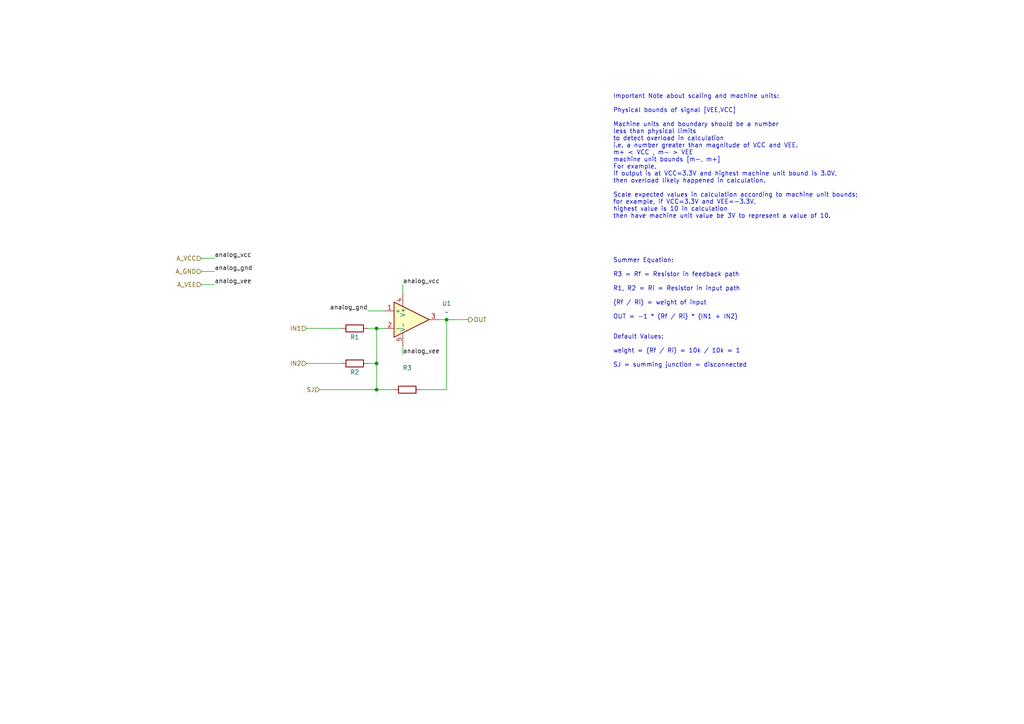
<source format=kicad_sch>
(kicad_sch (version 20211123) (generator eeschema)
  (paper "A4")
  (lib_symbols
    (symbol "Device:R" (pin_numbers hide) (pin_names (offset 0))
      (property "Reference" "R" (at 2.032 0 90))
      (property "Value" "R" (at 0 0 90))
      (symbol "R_0_1"
        (rectangle (start -1.016 -2.54) (end 1.016 2.54) (stroke (width 0.254)))
      )
      (symbol "R_1_1"
        (pin passive line (at 0 3.81 270) (length 1.27) (name "~") (number "1"))
        (pin passive line (at 0 -3.81 90) (length 1.27) (name "~") (number "2"))
      )
    )
    (symbol "Simulation_SPICE:OPAMP" (pin_names (offset 0.254))
      (property "Reference" "U" (at 3.81 3.175 0))
      (property "Value" "OPAMP" (at 3.81 -3.175 0))
      (symbol "OPAMP_0_1"
        (polyline (pts (xy 5.08 0) (xy -5.08 5.08) (xy -5.08 -5.08) (xy 5.08 0)) (stroke (width 0.254)) (fill (type background)))
      )
      (symbol "OPAMP_1_1"
        (pin input line (at -7.62 2.54 0) (length 2.54) (name "+") (number "1"))
        (pin input line (at -7.62 -2.54 0) (length 2.54) (name "-") (number "2"))
        (pin output line (at 7.62 0 180) (length 2.54) (name "~") (number "3"))
        (pin power_in line (at -2.54 7.62 270) (length 3.81) (name "V+") (number "4"))
        (pin power_in line (at -2.54 -7.62 90) (length 3.81) (name "V-") (number "5"))
      )
    )
  )
  (junction (at 109.22 95.25))
  (junction (at 129.54 92.71))
  (junction (at 109.22 105.41))
  (junction (at 109.22 113.03))
  (wire (pts (xy 129.54 113.03) (xy 129.54 92.71)))
  (wire (pts (xy 106.68 105.41) (xy 109.22 105.41)))
  (wire (pts (xy 88.9 95.25) (xy 99.06 95.25)))
  (wire (pts (xy 116.84 82.55) (xy 116.84 85.09)))
  (wire (pts (xy 129.54 92.71) (xy 135.89 92.71)))
  (wire (pts (xy 114.3 113.03) (xy 109.22 113.03)))
  (wire (pts (xy 109.22 113.03) (xy 109.22 105.41)))
  (wire (pts (xy 121.92 113.03) (xy 129.54 113.03)))
  (wire (pts (xy 58.42 82.55) (xy 62.23 82.55)))
  (wire (pts (xy 92.71 113.03) (xy 109.22 113.03)))
  (wire (pts (xy 88.9 105.41) (xy 99.06 105.41)))
  (wire (pts (xy 109.22 105.41) (xy 109.22 95.25)))
  (wire (pts (xy 106.68 95.25) (xy 109.22 95.25)))
  (wire (pts (xy 58.42 78.74) (xy 62.23 78.74)))
  (wire (pts (xy 106.68 90.17) (xy 111.76 90.17)))
  (wire (pts (xy 58.42 74.93) (xy 62.23 74.93)))
  (wire (pts (xy 116.84 100.33) (xy 116.84 102.87)))
  (wire (pts (xy 127 92.71) (xy 129.54 92.71)))
  (wire (pts (xy 109.22 95.25) (xy 111.76 95.25)))
  (text "Summer Equation:\n\nR3 = Rf = Resistor in feedback path\n\nR1, R2 = Ri = Resistor in input path\n\n(Rf / Ri) = weight of input\n\nOUT = -1 * (Rf / Ri) * (IN1 + IN2)" (at 177.8 92.71 0) (effects (font (size 1.27 1.27)) (justify left bottom)))
  (text "Default Values:\n\nweight = (Rf / Ri) = 10k / 10k = 1\n\nSJ = summing junction = disconnected\n" (at 177.8 106.68 0) (effects (font (size 1.27 1.27)) (justify left bottom)))
  (text "Important Note about scaling and machine units:\n\nPhysical bounds of signal [VEE,VCC]\n\nMachine units and boundary should be a number\nless than physical limits \nto detect overload in calculation\ni.e. a number greater than magnitude of VCC and VEE.\nm+ < VCC , m- > VEE \nmachine unit bounds [m-, m+]\nFor example, \nif output is at VCC=3.3V and highest machine unit bound is 3.0V, \nthen overload likely happened in calculation.\n\nScale expected values in calculation according to machine unit bounds; \nfor example, if VCC=3.3V and VEE=-3.3V, \nhighest value is 10 in calculation\nthen have machine unit value be 3V to represent a value of 10." (at 177.8 63.5 0) (effects (font (size 1.27 1.27)) (justify left bottom)))
  (label "analog_gnd" (at 106.68 90.17 180))
  (label "analog_vee" (at 62.23 82.55 0))
  (label "analog_vee" (at 116.84 102.87 0))
  (label "analog_gnd" (at 62.23 78.74 0))
  (label "analog_vcc" (at 62.23 74.93 0))
  (label "analog_vcc" (at 116.84 82.55 0))
  (hierarchical_label "A_VEE" (shape input) (at 58.42 82.55 180))
  (hierarchical_label "IN1" (shape input) (at 88.9 95.25 180))
  (hierarchical_label "A_GND" (shape input) (at 58.42 78.74 180))
  (hierarchical_label "IN2" (shape input) (at 88.9 105.41 180))
  (hierarchical_label "OUT" (shape output) (at 135.89 92.71 0))
  (hierarchical_label "A_VCC" (shape input) (at 58.42 74.93 180))
  (hierarchical_label "SJ" (shape input) (at 92.71 113.03 180))
  (symbol (lib_id "Device:R") (at 118.11 113.03 90) (unit 1)
    (property "Reference" "R3" (at 118.11 106.68 90))
  )
  (symbol (lib_id "Device:R") (at 102.87 95.25 270) (unit 1)
    (property "Reference" "R1" (at 102.87 97.79 90))
  )
  (symbol (lib_id "Simulation_SPICE:OPAMP") (at 119.38 92.71 0) (unit 1)
    (property "Reference" "U1" (at 129.54 88.011 0))
    (property "Value" "~" (at 129.54 90.551 0))
    (property "Spice_Netlist_Enabled" "Y" (effects hide))
    (property "Spice_Primitive" "X" (effects hide))
    (property "Spice_Model" "LM358" (effects hide))
    (property "Spice_Node_Sequence" "1 2 4 5 3" (effects hide))
    (property "Spice_Lib_File" "../../../spice-models/LM358-onsemi.mod" (effects hide))
  )
  (symbol (lib_id "Device:R") (at 102.87 105.41 90) (unit 1)
    (property "Reference" "R2" (at 102.87 107.95 90))
  )
)
</source>
